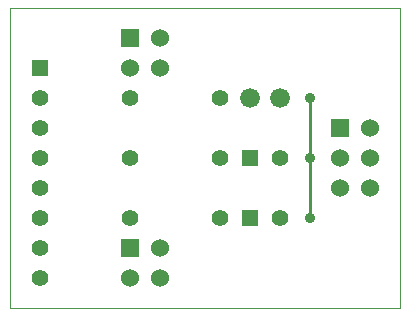
<source format=gtl>
G04 (created by PCBNEW (2013-07-07 BZR 4022)-stable) date 23/07/2014 11:50:33*
%MOIN*%
G04 Gerber Fmt 3.4, Leading zero omitted, Abs format*
%FSLAX34Y34*%
G01*
G70*
G90*
G04 APERTURE LIST*
%ADD10C,0.00590551*%
%ADD11C,0.00393701*%
%ADD12C,0.066*%
%ADD13R,0.055X0.055*%
%ADD14C,0.055*%
%ADD15R,0.06X0.06*%
%ADD16C,0.06*%
%ADD17C,0.035*%
%ADD18C,0.01*%
G04 APERTURE END LIST*
G54D10*
G54D11*
X43000Y-65000D02*
X43000Y-55000D01*
X56000Y-65000D02*
X43000Y-65000D01*
X56000Y-55000D02*
X56000Y-65000D01*
X43000Y-55000D02*
X56000Y-55000D01*
G54D12*
X51000Y-58000D03*
X52000Y-58000D03*
G54D13*
X44000Y-57000D03*
G54D14*
X44000Y-58000D03*
X44000Y-59000D03*
X44000Y-60000D03*
X44000Y-61000D03*
X44000Y-62000D03*
X44000Y-63000D03*
X44000Y-64000D03*
X50000Y-62000D03*
X47000Y-62000D03*
X50000Y-60000D03*
X47000Y-60000D03*
X50000Y-58000D03*
X47000Y-58000D03*
G54D15*
X54000Y-59000D03*
G54D16*
X55000Y-59000D03*
X54000Y-60000D03*
X55000Y-60000D03*
X54000Y-61000D03*
X55000Y-61000D03*
G54D15*
X47000Y-63000D03*
G54D16*
X48000Y-63000D03*
X47000Y-64000D03*
X48000Y-64000D03*
G54D15*
X47000Y-56000D03*
G54D16*
X48000Y-56000D03*
X47000Y-57000D03*
X48000Y-57000D03*
G54D13*
X51000Y-60000D03*
G54D14*
X52000Y-60000D03*
G54D13*
X51000Y-62000D03*
G54D14*
X52000Y-62000D03*
G54D17*
X53000Y-58000D03*
X53000Y-60000D03*
X53000Y-62000D03*
G54D18*
X53000Y-58000D02*
X53000Y-60000D01*
X53000Y-62000D02*
X53000Y-60000D01*
M02*

</source>
